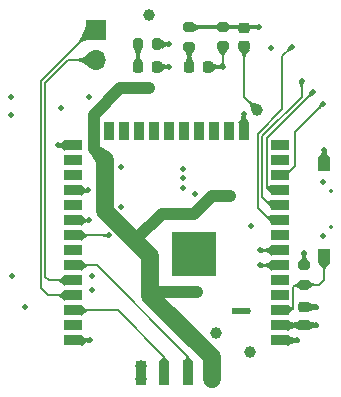
<source format=gtl>
%TF.GenerationSoftware,KiCad,Pcbnew,7.0.6*%
%TF.CreationDate,2023-09-26T22:04:44+02:00*%
%TF.ProjectId,torque_controller,746f7271-7565-45f6-936f-6e74726f6c6c,rev?*%
%TF.SameCoordinates,Original*%
%TF.FileFunction,Copper,L1,Top*%
%TF.FilePolarity,Positive*%
%FSLAX46Y46*%
G04 Gerber Fmt 4.6, Leading zero omitted, Abs format (unit mm)*
G04 Created by KiCad (PCBNEW 7.0.6) date 2023-09-26 22:04:44*
%MOMM*%
%LPD*%
G01*
G04 APERTURE LIST*
G04 Aperture macros list*
%AMRoundRect*
0 Rectangle with rounded corners*
0 $1 Rounding radius*
0 $2 $3 $4 $5 $6 $7 $8 $9 X,Y pos of 4 corners*
0 Add a 4 corners polygon primitive as box body*
4,1,4,$2,$3,$4,$5,$6,$7,$8,$9,$2,$3,0*
0 Add four circle primitives for the rounded corners*
1,1,$1+$1,$2,$3*
1,1,$1+$1,$4,$5*
1,1,$1+$1,$6,$7*
1,1,$1+$1,$8,$9*
0 Add four rect primitives between the rounded corners*
20,1,$1+$1,$2,$3,$4,$5,0*
20,1,$1+$1,$4,$5,$6,$7,0*
20,1,$1+$1,$6,$7,$8,$9,0*
20,1,$1+$1,$8,$9,$2,$3,0*%
G04 Aperture macros list end*
%TA.AperFunction,SMDPad,CuDef*%
%ADD10RoundRect,0.200000X0.275000X-0.200000X0.275000X0.200000X-0.275000X0.200000X-0.275000X-0.200000X0*%
%TD*%
%TA.AperFunction,SMDPad,CuDef*%
%ADD11R,1.000000X1.250000*%
%TD*%
%TA.AperFunction,SMDPad,CuDef*%
%ADD12RoundRect,0.200000X-0.275000X0.200000X-0.275000X-0.200000X0.275000X-0.200000X0.275000X0.200000X0*%
%TD*%
%TA.AperFunction,SMDPad,CuDef*%
%ADD13RoundRect,0.225000X0.250000X-0.225000X0.250000X0.225000X-0.250000X0.225000X-0.250000X-0.225000X0*%
%TD*%
%TA.AperFunction,SMDPad,CuDef*%
%ADD14R,1.500000X0.900000*%
%TD*%
%TA.AperFunction,SMDPad,CuDef*%
%ADD15R,0.900000X1.500000*%
%TD*%
%TA.AperFunction,SMDPad,CuDef*%
%ADD16R,0.900000X0.900000*%
%TD*%
%TA.AperFunction,HeatsinkPad*%
%ADD17C,0.600000*%
%TD*%
%TA.AperFunction,SMDPad,CuDef*%
%ADD18R,3.800000X3.800000*%
%TD*%
%TA.AperFunction,SMDPad,CuDef*%
%ADD19R,0.890000X2.030000*%
%TD*%
%TA.AperFunction,SMDPad,CuDef*%
%ADD20RoundRect,0.225000X-0.250000X0.225000X-0.250000X-0.225000X0.250000X-0.225000X0.250000X0.225000X0*%
%TD*%
%TA.AperFunction,ComponentPad*%
%ADD21R,1.700000X1.700000*%
%TD*%
%TA.AperFunction,ComponentPad*%
%ADD22O,1.700000X1.700000*%
%TD*%
%TA.AperFunction,SMDPad,CuDef*%
%ADD23RoundRect,0.200000X-0.200000X-0.275000X0.200000X-0.275000X0.200000X0.275000X-0.200000X0.275000X0*%
%TD*%
%TA.AperFunction,SMDPad,CuDef*%
%ADD24RoundRect,0.218750X0.218750X0.256250X-0.218750X0.256250X-0.218750X-0.256250X0.218750X-0.256250X0*%
%TD*%
%TA.AperFunction,ComponentPad*%
%ADD25C,0.500000*%
%TD*%
%TA.AperFunction,SMDPad,CuDef*%
%ADD26R,1.600000X0.500000*%
%TD*%
%TA.AperFunction,ViaPad*%
%ADD27C,0.500000*%
%TD*%
%TA.AperFunction,ViaPad*%
%ADD28C,1.000000*%
%TD*%
%TA.AperFunction,Conductor*%
%ADD29C,1.000000*%
%TD*%
%TA.AperFunction,Conductor*%
%ADD30C,0.200000*%
%TD*%
%TA.AperFunction,Conductor*%
%ADD31C,0.300000*%
%TD*%
%TA.AperFunction,Conductor*%
%ADD32C,1.500000*%
%TD*%
%TA.AperFunction,Conductor*%
%ADD33C,0.450000*%
%TD*%
%TA.AperFunction,Conductor*%
%ADD34C,0.250000*%
%TD*%
%ADD35C,0.300000*%
%ADD36C,0.350000*%
%ADD37C,0.200000*%
G04 APERTURE END LIST*
D10*
%TO.P,R3,1*%
%TO.N,Net-(D1-K)*%
X3940500Y12475000D03*
%TO.P,R3,2*%
%TO.N,+3.3V*%
X3940500Y14125000D03*
%TD*%
%TO.P,R1,2*%
%TO.N,+3.3V*%
X1102500Y14095000D03*
%TO.P,R1,1*%
%TO.N,Net-(D1-A)*%
X1102500Y12445000D03*
%TD*%
D11*
%TO.P,SWRST1,1,1*%
%TO.N,/NRST*%
X12540000Y-5245000D03*
%TO.P,SWRST1,2,2*%
%TO.N,GND*%
X12540000Y2505000D03*
%TD*%
D12*
%TO.P,RRST1,1*%
%TO.N,+3.3V*%
X10830000Y-6045000D03*
%TO.P,RRST1,2*%
%TO.N,/NRST*%
X10830000Y-7695000D03*
%TD*%
D13*
%TO.P,C1,2*%
%TO.N,+3.3V*%
X5770000Y14065000D03*
%TO.P,C1,1*%
%TO.N,GND*%
X5770000Y12515000D03*
%TD*%
D14*
%TO.P,ESP32,1,GND*%
%TO.N,GND*%
X8750000Y-12410000D03*
%TO.P,ESP32,2,VDD*%
%TO.N,+3.3V*%
X8750000Y-11140000D03*
%TO.P,ESP32,3,EN*%
%TO.N,/NRST*%
X8750000Y-9870000D03*
%TO.P,ESP32,4,SENSOR_VP*%
%TO.N,unconnected-(ESP32-SENSOR_VP-Pad4)*%
X8750000Y-8600000D03*
%TO.P,ESP32,5,SENSOR_VN*%
%TO.N,unconnected-(ESP32-SENSOR_VN-Pad5)*%
X8750000Y-7330000D03*
%TO.P,ESP32,6,IO34*%
%TO.N,/CURR_SENS1*%
X8750000Y-6060000D03*
%TO.P,ESP32,7,IO35*%
%TO.N,/CURR_SENS2*%
X8750000Y-4790000D03*
%TO.P,ESP32,8,IO32*%
%TO.N,unconnected-(ESP32-IO32-Pad8)*%
X8750000Y-3520000D03*
%TO.P,ESP32,9,IO33*%
%TO.N,/EN_DRV*%
X8750000Y-2250000D03*
%TO.P,ESP32,10,IO25*%
%TO.N,/PWM_OUT3*%
X8750000Y-980000D03*
%TO.P,ESP32,11,IO26*%
%TO.N,/PWM_OUT2*%
X8750000Y290000D03*
%TO.P,ESP32,12,IO27*%
%TO.N,/PWM_OUT1*%
X8750000Y1560000D03*
%TO.P,ESP32,13,IO14*%
%TO.N,unconnected-(ESP32-IO14-Pad13)*%
X8750000Y2830000D03*
%TO.P,ESP32,14,IO12*%
%TO.N,unconnected-(ESP32-IO12-Pad14)*%
X8750000Y4100000D03*
D15*
%TO.P,ESP32,15,GND*%
%TO.N,GND*%
X5715000Y5350000D03*
%TO.P,ESP32,16,IO13*%
%TO.N,unconnected-(ESP32-IO13-Pad16)*%
X4445000Y5350000D03*
%TO.P,ESP32,17,SHD/SD2*%
%TO.N,unconnected-(ESP32-SHD{slash}SD2-Pad17)*%
X3175000Y5350000D03*
%TO.P,ESP32,18,SWP/SD3*%
%TO.N,unconnected-(ESP32-SWP{slash}SD3-Pad18)*%
X1905000Y5350000D03*
%TO.P,ESP32,19,SCS/CMD*%
%TO.N,unconnected-(ESP32-SCS{slash}CMD-Pad19)*%
X635000Y5350000D03*
%TO.P,ESP32,20,SCK/CLK*%
%TO.N,unconnected-(ESP32-SCK{slash}CLK-Pad20)*%
X-635000Y5350000D03*
%TO.P,ESP32,21,SDO/SD0*%
%TO.N,unconnected-(ESP32-SDO{slash}SD0-Pad21)*%
X-1905000Y5350000D03*
%TO.P,ESP32,22,SDI/SD1*%
%TO.N,unconnected-(ESP32-SDI{slash}SD1-Pad22)*%
X-3175000Y5350000D03*
%TO.P,ESP32,23,IO15*%
%TO.N,unconnected-(ESP32-IO15-Pad23)*%
X-4445000Y5350000D03*
%TO.P,ESP32,24,IO2*%
%TO.N,unconnected-(ESP32-IO2-Pad24)*%
X-5715000Y5350000D03*
D14*
%TO.P,ESP32,25,IO0*%
%TO.N,/BOOT*%
X-8750000Y4100000D03*
%TO.P,ESP32,26,IO4*%
%TO.N,unconnected-(ESP32-IO4-Pad26)*%
X-8750000Y2830000D03*
%TO.P,ESP32,27,IO16*%
%TO.N,unconnected-(ESP32-IO16-Pad27)*%
X-8750000Y1560000D03*
%TO.P,ESP32,28,IO17*%
%TO.N,/CS*%
X-8750000Y290000D03*
%TO.P,ESP32,29,IO5*%
%TO.N,unconnected-(ESP32-IO5-Pad29)*%
X-8750000Y-980000D03*
%TO.P,ESP32,30,IO18*%
%TO.N,/CLK*%
X-8750000Y-2250000D03*
%TO.P,ESP32,31,IO19*%
%TO.N,/MISO*%
X-8750000Y-3520000D03*
%TO.P,ESP32,32,NC*%
%TO.N,unconnected-(ESP32-NC-Pad32)*%
X-8750000Y-4790000D03*
%TO.P,ESP32,33,IO21*%
%TO.N,/SDA*%
X-8750000Y-6060000D03*
%TO.P,ESP32,34,RXD0/IO3*%
%TO.N,/RX*%
X-8750000Y-7330000D03*
%TO.P,ESP32,35,TXD0/IO1*%
%TO.N,/TX*%
X-8750000Y-8600000D03*
%TO.P,ESP32,36,IO22*%
%TO.N,/SCL*%
X-8750000Y-9870000D03*
%TO.P,ESP32,37,IO23*%
%TO.N,unconnected-(ESP32-IO23-Pad37)*%
X-8750000Y-11140000D03*
%TO.P,ESP32,38,GND*%
%TO.N,GND*%
X-8750000Y-12410000D03*
D16*
%TO.P,ESP32,39,GND*%
X2900000Y-6470000D03*
D17*
X2900000Y-5770000D03*
D16*
X2900000Y-5070000D03*
D17*
X2900000Y-4370000D03*
D16*
X2900000Y-3670000D03*
D17*
X2200000Y-6470000D03*
X2200000Y-5070000D03*
X2200000Y-3670000D03*
D16*
X1500000Y-6470000D03*
D17*
X1500000Y-5770000D03*
D16*
X1500000Y-5070000D03*
D18*
X1500000Y-5070000D03*
D17*
X1500000Y-4370000D03*
D16*
X1500000Y-3670000D03*
D17*
X800000Y-6470000D03*
X800000Y-5070000D03*
X800000Y-3670000D03*
D16*
X100000Y-6470000D03*
D17*
X100000Y-5770000D03*
D16*
X100000Y-5070000D03*
D17*
X100000Y-4370000D03*
D16*
X100000Y-3670000D03*
%TD*%
D19*
%TO.P,J1,1,Pin_1*%
%TO.N,VCC*%
X3000000Y-15150000D03*
%TO.P,J1,2,Pin_2*%
%TO.N,/SDA*%
X1000000Y-15150000D03*
%TO.P,J1,3,Pin_3*%
%TO.N,/SCL*%
X-1000000Y-15150000D03*
%TO.P,J1,4,Pin_4*%
%TO.N,GND*%
X-3000000Y-15150000D03*
%TD*%
D20*
%TO.P,CESP32,1*%
%TO.N,GND*%
X10830000Y-9590000D03*
%TO.P,CESP32,2*%
%TO.N,+3.3V*%
X10830000Y-11140000D03*
%TD*%
D21*
%TO.P,J3,1,Pin_1*%
%TO.N,/TX*%
X-6750000Y13875000D03*
D22*
%TO.P,J3,2,Pin_2*%
%TO.N,/RX*%
X-6750000Y11335000D03*
%TD*%
D23*
%TO.P,R2,1*%
%TO.N,Net-(D2-A)*%
X-3234997Y12660006D03*
%TO.P,R2,2*%
%TO.N,+3.3V*%
X-1584997Y12660006D03*
%TD*%
D24*
%TO.P,D2,1,K*%
%TO.N,GND*%
X-1662500Y10750000D03*
%TO.P,D2,2,A*%
%TO.N,Net-(D2-A)*%
X-3237500Y10750000D03*
%TD*%
%TO.P,D1,1,K*%
%TO.N,Net-(D1-K)*%
X2677500Y10750000D03*
%TO.P,D1,2,A*%
%TO.N,Net-(D1-A)*%
X1102500Y10750000D03*
%TD*%
D25*
%TO.P,U1,7,PAD*%
%TO.N,GND*%
X4960000Y-9900276D03*
D26*
X5510000Y-9900276D03*
D25*
X6060000Y-9900276D03*
%TD*%
D27*
%TO.N,+3.3V*%
X7030000Y14095000D03*
%TO.N,Net-(D1-K)*%
X3940500Y10750000D03*
%TO.N,/CURR_SENS1*%
X-7110000Y-6970000D03*
%TO.N,+3.3V*%
X-13905000Y-6970000D03*
X11860000Y-11140000D03*
X10830000Y-5010000D03*
%TO.N,GND*%
X11860000Y-9590000D03*
X10210000Y-12410000D03*
X-13980000Y6630000D03*
X-7100000Y-8160000D03*
%TO.N,+3.3V*%
X-609995Y12660008D03*
%TO.N,GND*%
X-570004Y10750002D03*
X5715000Y6710000D03*
D28*
X6850000Y7100000D03*
D27*
X12440000Y-3540000D03*
X12540000Y3740000D03*
X-9760000Y7230000D03*
X-12830000Y-9620000D03*
X-4640000Y2275500D03*
D28*
X3380000Y-11830000D03*
X-2340000Y15155000D03*
X-3020000Y-15680000D03*
D27*
X-7310000Y-12410000D03*
D28*
X-3010000Y-14627247D03*
D27*
%TO.N,+3.3V*%
X-4640000Y-1163650D03*
X-13980000Y8180000D03*
D28*
X6225000Y-13440000D03*
D27*
X12430000Y960000D03*
X1600000Y0D03*
D28*
%TO.N,VCC*%
X1760000Y-8290000D03*
X-2340000Y8930000D03*
X4560000Y-230000D03*
X2990000Y-15660000D03*
X3000000Y-14630000D03*
D27*
%TO.N,/EN_DRV*%
X9770000Y12420000D03*
%TO.N,/BOOT*%
X-9980000Y4100000D03*
X6370000Y-2740000D03*
%TO.N,/CURR_SENS1*%
X7120000Y-6060000D03*
%TO.N,/CURR_SENS2*%
X7120000Y-4790000D03*
X-7350000Y8180000D03*
%TO.N,/PWM_OUT1*%
X12440000Y7630000D03*
%TO.N,/PWM_OUT2*%
X11545603Y8585103D03*
%TO.N,/PWM_OUT3*%
X10610000Y9510000D03*
%TO.N,/CS*%
X560000Y2110000D03*
X-7440000Y290000D03*
%TO.N,/CLK*%
X548736Y1300000D03*
X-7390000Y-2250000D03*
%TO.N,/MISO*%
X550000Y460000D03*
X-5680000Y-3520000D03*
%TO.N,/SDA*%
X1000000Y-15150000D03*
%TO.N,Net-(D1-K)*%
X8021653Y12302508D03*
%TO.N,/SCL*%
X-1000000Y-15150000D03*
%TD*%
D29*
%TO.N,VCC*%
X-1210000Y-1690000D02*
X-3280000Y-3760000D01*
X2990000Y-230000D02*
X1530000Y-1690000D01*
X1530000Y-1690000D02*
X-1210000Y-1690000D01*
X4560000Y-230000D02*
X2990000Y-230000D01*
D30*
%TO.N,Net-(D1-K)*%
X3940500Y12475000D02*
X3940500Y10750000D01*
%TO.N,GND*%
X5770000Y8180000D02*
X6850000Y7100000D01*
X5770000Y12515000D02*
X5770000Y8180000D01*
D31*
%TO.N,+3.3V*%
X7030000Y14095000D02*
X1020000Y14095000D01*
%TO.N,Net-(D1-K)*%
X2677500Y10750000D02*
X3940500Y10750000D01*
%TO.N,Net-(D1-A)*%
X1102500Y12445000D02*
X1102500Y10750000D01*
D30*
%TO.N,/NRST*%
X9700000Y-9870000D02*
X8750000Y-9870000D01*
X9930000Y-9640000D02*
X9700000Y-9870000D01*
X10155000Y-7695000D02*
X9930000Y-7920000D01*
X10830000Y-7695000D02*
X10155000Y-7695000D01*
X9930000Y-7920000D02*
X9930000Y-9640000D01*
D32*
%TO.N,VCC*%
X-2190000Y-5310000D02*
X-2190000Y-8680000D01*
X-6060000Y-1440000D02*
X-2190000Y-5310000D01*
X-6060000Y2860000D02*
X-6060000Y-1440000D01*
X-6070000Y2870000D02*
X-6060000Y2860000D01*
D33*
%TO.N,+3.3V*%
X10830000Y-11140000D02*
X11860000Y-11140000D01*
D30*
%TO.N,/NRST*%
X12125000Y-7695000D02*
X10830000Y-7695000D01*
X12540000Y-7280000D02*
X12125000Y-7695000D01*
X12540000Y-5245000D02*
X12540000Y-7280000D01*
%TO.N,+3.3V*%
X10830000Y-6045000D02*
X10830000Y-5010000D01*
D33*
%TO.N,GND*%
X10830000Y-9590000D02*
X11860000Y-9590000D01*
X8750000Y-12410000D02*
X10210000Y-12410000D01*
%TO.N,+3.3V*%
X10830000Y-11140000D02*
X8750000Y-11140000D01*
D29*
%TO.N,VCC*%
X-6985186Y3785186D02*
X-6070000Y2870000D01*
X-4760000Y8930000D02*
X-6985186Y6704814D01*
X-6985186Y6704814D02*
X-6985186Y3785186D01*
X-2340000Y8930000D02*
X-4760000Y8930000D01*
D31*
%TO.N,+3.3V*%
X-1584997Y12659991D02*
X-609995Y12660008D01*
%TO.N,GND*%
X-1662495Y10749993D02*
X-570004Y10750002D01*
D30*
%TO.N,Net-(D2-A)*%
X-3234997Y10752497D02*
X-3237491Y10749998D01*
D31*
X-3234984Y12660006D02*
X-3234997Y10752497D01*
D30*
%TO.N,/EN_DRV*%
X6890000Y5054034D02*
X6890000Y-1170000D01*
X8995000Y7159036D02*
X6890000Y5054034D01*
X9770000Y12420000D02*
X8995000Y11645000D01*
X8995000Y11645000D02*
X8995000Y7159036D01*
X6890000Y-1170000D02*
X7970000Y-2250000D01*
X7970000Y-2250000D02*
X8750000Y-2250000D01*
%TO.N,GND*%
X12540000Y3740000D02*
X12540000Y2505000D01*
D31*
X-7310000Y-12410000D02*
X-8750000Y-12410000D01*
X5715000Y6710000D02*
X5715000Y5350000D01*
D32*
%TO.N,VCC*%
X2990000Y-13860000D02*
X2990000Y-15660000D01*
D29*
X1760000Y-8290000D02*
X-1800000Y-8290000D01*
D32*
X-2190000Y-8680000D02*
X2990000Y-13860000D01*
D29*
X-1800000Y-8290000D02*
X-2190000Y-8680000D01*
D30*
%TO.N,/TX*%
X-11480000Y-8000000D02*
X-10880000Y-8600000D01*
X-7171345Y13875000D02*
X-11480000Y9566345D01*
X-10880000Y-8600000D02*
X-8750000Y-8600000D01*
X-6750000Y13875000D02*
X-7171345Y13875000D01*
X-11480000Y9566345D02*
X-11480000Y-8000000D01*
%TO.N,/RX*%
X-11080000Y-7010000D02*
X-11080000Y9400659D01*
X-10760000Y-7330000D02*
X-11080000Y-7010000D01*
X-9145659Y11335000D02*
X-6750000Y11335000D01*
X-8750000Y-7330000D02*
X-10760000Y-7330000D01*
X-11080000Y9400659D02*
X-9145659Y11335000D01*
%TO.N,/BOOT*%
X-8750000Y4100000D02*
X-9980000Y4100000D01*
D34*
%TO.N,/CURR_SENS1*%
X7120000Y-6060000D02*
X8750000Y-6060000D01*
%TO.N,/CURR_SENS2*%
X7120000Y-4790000D02*
X8750000Y-4790000D01*
D30*
%TO.N,/PWM_OUT1*%
X10070000Y5260000D02*
X10070000Y2350000D01*
X10070000Y2350000D02*
X9280000Y1560000D01*
X9280000Y1560000D02*
X8750000Y1560000D01*
X12440000Y7630000D02*
X10070000Y5260000D01*
%TO.N,/PWM_OUT2*%
X11545603Y8585103D02*
X11545603Y8578267D01*
X7690000Y550000D02*
X7950000Y290000D01*
X7950000Y290000D02*
X8750000Y290000D01*
X11545603Y8578267D02*
X7690000Y4722664D01*
X7690000Y4722664D02*
X7690000Y550000D01*
%TO.N,/PWM_OUT3*%
X7960000Y-980000D02*
X8750000Y-980000D01*
X7290000Y-310000D02*
X7960000Y-980000D01*
X10610000Y9510000D02*
X10610000Y8208350D01*
X7290000Y4888349D02*
X7290000Y-310000D01*
X10610000Y8208350D02*
X7290000Y4888349D01*
%TO.N,/CS*%
X-7440000Y290000D02*
X-8750000Y290000D01*
%TO.N,/CLK*%
X-7390000Y-2250000D02*
X-8750000Y-2250000D01*
%TO.N,/MISO*%
X-5680000Y-3520000D02*
X-8750000Y-3520000D01*
%TO.N,/SDA*%
X1000000Y-13790000D02*
X-6730000Y-6060000D01*
X-6730000Y-6060000D02*
X-8750000Y-6060000D01*
X1000000Y-15150000D02*
X1000000Y-13790000D01*
%TO.N,/SCL*%
X-1000000Y-15150000D02*
X-1000000Y-13790000D01*
X-1000000Y-13790000D02*
X-4920000Y-9870000D01*
X-4920000Y-9870000D02*
X-8750000Y-9870000D01*
%TD*%
%TA.AperFunction,Conductor*%
%TO.N,Net-(D1-K)*%
G36*
X4037704Y11246573D02*
G01*
X4041113Y11238948D01*
X4046313Y11145196D01*
X4063179Y11072418D01*
X4090237Y11011608D01*
X4126548Y10942849D01*
X4126686Y10942571D01*
X4166379Y10856688D01*
X4166739Y10847740D01*
X4160667Y10841158D01*
X4160275Y10840986D01*
X3945017Y10750891D01*
X3936063Y10750858D01*
X3935983Y10750891D01*
X3720724Y10840986D01*
X3714415Y10847342D01*
X3714448Y10856296D01*
X3714620Y10856687D01*
X3754312Y10942571D01*
X3754450Y10942849D01*
X3790762Y11011608D01*
X3817819Y11072418D01*
X3834685Y11145196D01*
X3839887Y11238948D01*
X3843767Y11247019D01*
X3851569Y11250000D01*
X4029431Y11250000D01*
X4037704Y11246573D01*
G37*
%TD.AperFunction*%
%TD*%
%TA.AperFunction,Conductor*%
%TO.N,Net-(D1-K)*%
G36*
X3948247Y12469156D02*
G01*
X4330946Y12131048D01*
X4334877Y12123002D01*
X4331967Y12114533D01*
X4331271Y12113811D01*
X4280502Y12065420D01*
X4280495Y12065413D01*
X4220515Y11992081D01*
X4220497Y11992057D01*
X4160499Y11902539D01*
X4100499Y11796852D01*
X4043716Y11681532D01*
X4036986Y11675623D01*
X4033219Y11675000D01*
X3847781Y11675000D01*
X3839508Y11678427D01*
X3837284Y11681532D01*
X3780501Y11796852D01*
X3720501Y11902539D01*
X3660502Y11992057D01*
X3660484Y11992081D01*
X3600504Y12065413D01*
X3600497Y12065420D01*
X3549728Y12113811D01*
X3546103Y12121999D01*
X3549331Y12130352D01*
X3550053Y12131048D01*
X3932753Y12469156D01*
X3941222Y12472066D01*
X3948247Y12469156D01*
G37*
%TD.AperFunction*%
%TD*%
%TA.AperFunction,Conductor*%
%TO.N,GND*%
G36*
X6221800Y7871104D02*
G01*
X6380678Y7740962D01*
X6380681Y7740960D01*
X6522421Y7680134D01*
X6522420Y7680134D01*
X6663389Y7656151D01*
X6827303Y7629957D01*
X6829007Y7629552D01*
X7029232Y7565796D01*
X7036075Y7560021D01*
X7036830Y7551098D01*
X7036500Y7550191D01*
X6852563Y7103798D01*
X6846242Y7097454D01*
X6846202Y7097437D01*
X6399809Y6913500D01*
X6390855Y6913517D01*
X6384534Y6919861D01*
X6384204Y6920768D01*
X6320448Y7120993D01*
X6320043Y7122697D01*
X6293849Y7286611D01*
X6269866Y7427580D01*
X6209040Y7569319D01*
X6209038Y7569322D01*
X6078896Y7728200D01*
X6076304Y7736772D01*
X6079674Y7743887D01*
X6206113Y7870326D01*
X6214386Y7873753D01*
X6221800Y7871104D01*
G37*
%TD.AperFunction*%
%TD*%
%TA.AperFunction,Conductor*%
%TO.N,GND*%
G36*
X5776834Y12511081D02*
G01*
X6209208Y12199882D01*
X6213921Y12192268D01*
X6211869Y12183551D01*
X6210922Y12182399D01*
X6150005Y12117198D01*
X6149996Y12117187D01*
X6079993Y12022007D01*
X6009998Y11906589D01*
X5939998Y11770917D01*
X5939999Y11770918D01*
X5873101Y11621908D01*
X5866586Y11615764D01*
X5862427Y11615000D01*
X5677573Y11615000D01*
X5669300Y11618427D01*
X5666899Y11621908D01*
X5600000Y11770918D01*
X5600001Y11770917D01*
X5530001Y11906589D01*
X5460004Y12022007D01*
X5390001Y12117187D01*
X5389992Y12117198D01*
X5329076Y12182399D01*
X5325932Y12190783D01*
X5329638Y12198935D01*
X5330790Y12199882D01*
X5763164Y12511081D01*
X5771881Y12513133D01*
X5776834Y12511081D01*
G37*
%TD.AperFunction*%
%TD*%
%TA.AperFunction,Conductor*%
%TO.N,+3.3V*%
G36*
X6932559Y14321554D02*
G01*
X6938797Y14315294D01*
X7029109Y14099517D01*
X7029142Y14090563D01*
X7029109Y14090483D01*
X6938797Y13874707D01*
X6932441Y13868398D01*
X6923604Y13868383D01*
X6838927Y13902750D01*
X6769108Y13926615D01*
X6769099Y13926617D01*
X6706531Y13939223D01*
X6632934Y13944154D01*
X6541604Y13944905D01*
X6533359Y13948400D01*
X6530000Y13956605D01*
X6530000Y14233396D01*
X6533427Y14241669D01*
X6541604Y14245096D01*
X6632934Y14245847D01*
X6706533Y14250779D01*
X6706548Y14250781D01*
X6769084Y14263382D01*
X6769108Y14263388D01*
X6838921Y14287250D01*
X6838920Y14287250D01*
X6923604Y14321618D01*
X6932559Y14321554D01*
G37*
%TD.AperFunction*%
%TD*%
%TA.AperFunction,Conductor*%
%TO.N,+3.3V*%
G36*
X1462499Y14473556D02*
G01*
X1558726Y14402823D01*
X1663418Y14340869D01*
X1663427Y14340864D01*
X1768107Y14293914D01*
X1872803Y14261958D01*
X1872814Y14261955D01*
X1967671Y14246591D01*
X1975289Y14241886D01*
X1977500Y14235042D01*
X1977500Y13954958D01*
X1974073Y13946685D01*
X1967670Y13943408D01*
X1872803Y13928044D01*
X1768107Y13896088D01*
X1663427Y13849138D01*
X1663418Y13849133D01*
X1558726Y13787179D01*
X1462499Y13716445D01*
X1453803Y13714306D01*
X1446942Y13717968D01*
X1108741Y14087096D01*
X1105679Y14095511D01*
X1108741Y14102904D01*
X1446942Y14472033D01*
X1455058Y14475818D01*
X1462499Y14473556D01*
G37*
%TD.AperFunction*%
%TD*%
%TA.AperFunction,Conductor*%
%TO.N,Net-(D1-K)*%
G36*
X3843059Y10976554D02*
G01*
X3849297Y10970294D01*
X3939609Y10754517D01*
X3939642Y10745563D01*
X3939609Y10745483D01*
X3849297Y10529707D01*
X3842941Y10523398D01*
X3834104Y10523383D01*
X3749427Y10557750D01*
X3679608Y10581615D01*
X3679599Y10581617D01*
X3617031Y10594223D01*
X3543434Y10599154D01*
X3452104Y10599905D01*
X3443859Y10603400D01*
X3440500Y10611605D01*
X3440500Y10888396D01*
X3443927Y10896669D01*
X3452104Y10900096D01*
X3543434Y10900847D01*
X3617033Y10905779D01*
X3617048Y10905781D01*
X3679584Y10918382D01*
X3679608Y10918388D01*
X3749421Y10942250D01*
X3749420Y10942250D01*
X3834104Y10976618D01*
X3843059Y10976554D01*
G37*
%TD.AperFunction*%
%TD*%
%TA.AperFunction,Conductor*%
%TO.N,Net-(D1-K)*%
G36*
X3020083Y11179902D02*
G01*
X3020550Y11179525D01*
X3119437Y11095497D01*
X3227698Y11020751D01*
X3335963Y10963252D01*
X3444230Y10923002D01*
X3543231Y10901970D01*
X3550612Y10896898D01*
X3552500Y10890525D01*
X3552500Y10609476D01*
X3549073Y10601203D01*
X3543231Y10598031D01*
X3444230Y10577000D01*
X3335963Y10536750D01*
X3227698Y10479251D01*
X3119437Y10404505D01*
X3020550Y10320476D01*
X3012027Y10317730D01*
X3004058Y10321816D01*
X3003681Y10322283D01*
X2681938Y10742891D01*
X2679633Y10751545D01*
X2681938Y10757109D01*
X3003681Y11177718D01*
X3011429Y11182207D01*
X3020083Y11179902D01*
G37*
%TD.AperFunction*%
%TD*%
%TA.AperFunction,Conductor*%
%TO.N,Net-(D1-A)*%
G36*
X1110247Y12439156D02*
G01*
X1493947Y12100163D01*
X1497878Y12092117D01*
X1495159Y12083870D01*
X1452502Y12033089D01*
X1402503Y11958571D01*
X1352498Y11869041D01*
X1302504Y11764532D01*
X1255506Y11652185D01*
X1249151Y11645875D01*
X1244712Y11645000D01*
X960288Y11645000D01*
X952015Y11648427D01*
X949494Y11652185D01*
X902495Y11764532D01*
X852501Y11869041D01*
X802496Y11958571D01*
X752496Y12033089D01*
X709839Y12083870D01*
X707142Y12092408D01*
X711051Y12100163D01*
X1094753Y12439156D01*
X1103222Y12442066D01*
X1110247Y12439156D01*
G37*
%TD.AperFunction*%
%TD*%
%TA.AperFunction,Conductor*%
%TO.N,Net-(D1-A)*%
G36*
X1252577Y11659073D02*
G01*
X1255300Y11654797D01*
X1306669Y11513493D01*
X1360834Y11381745D01*
X1415012Y11267222D01*
X1415012Y11267223D01*
X1469179Y11169970D01*
X1469179Y11169969D01*
X1517328Y11098853D01*
X1519129Y11090082D01*
X1515005Y11083203D01*
X1109865Y10754967D01*
X1101280Y10752422D01*
X1095135Y10754967D01*
X689993Y11083203D01*
X685722Y11091074D01*
X687670Y11098854D01*
X735820Y11169969D01*
X735820Y11169970D01*
X789987Y11267223D01*
X789987Y11267222D01*
X844165Y11381745D01*
X898330Y11513493D01*
X949700Y11654797D01*
X955747Y11661402D01*
X960696Y11662500D01*
X1244304Y11662500D01*
X1252577Y11659073D01*
G37*
%TD.AperFunction*%
%TD*%
%TA.AperFunction,Conductor*%
%TO.N,/NRST*%
G36*
X9506462Y-9426600D02*
G01*
X9561207Y-9482517D01*
X9622427Y-9534035D01*
X9683637Y-9574536D01*
X9683646Y-9574540D01*
X9744839Y-9604024D01*
X9744855Y-9604030D01*
X9803253Y-9621663D01*
X9808144Y-9624591D01*
X9936641Y-9753088D01*
X9940068Y-9761361D01*
X9936641Y-9769634D01*
X9934161Y-9771526D01*
X9857988Y-9814932D01*
X9768500Y-9884839D01*
X9768486Y-9884851D01*
X9678999Y-9973670D01*
X9678980Y-9973690D01*
X9589493Y-10081422D01*
X9505560Y-10200204D01*
X9497987Y-10204983D01*
X9491209Y-10204124D01*
X8769715Y-9879884D01*
X8763574Y-9873367D01*
X8763839Y-9864416D01*
X8768489Y-9859181D01*
X9492080Y-9424754D01*
X9500937Y-9423434D01*
X9506462Y-9426600D01*
G37*
%TD.AperFunction*%
%TD*%
%TA.AperFunction,Conductor*%
%TO.N,/NRST*%
G36*
X10417227Y-7368986D02*
G01*
X10820807Y-7686504D01*
X10825191Y-7694312D01*
X10822768Y-7702933D01*
X10822210Y-7703591D01*
X10485696Y-8071859D01*
X10477586Y-8075655D01*
X10469947Y-8073257D01*
X10399624Y-8019425D01*
X10320790Y-7971987D01*
X10241968Y-7937463D01*
X10241950Y-7937457D01*
X10163125Y-7915841D01*
X10163115Y-7915839D01*
X10088373Y-7907583D01*
X10081385Y-7904227D01*
X9954530Y-7777372D01*
X9951103Y-7769099D01*
X9954530Y-7760826D01*
X9957729Y-7758557D01*
X10035905Y-7720929D01*
X10035913Y-7720925D01*
X10128951Y-7658146D01*
X10222006Y-7577353D01*
X10222010Y-7577350D01*
X10315043Y-7478580D01*
X10400842Y-7370890D01*
X10408678Y-7366555D01*
X10417227Y-7368986D01*
G37*
%TD.AperFunction*%
%TD*%
%TA.AperFunction,Conductor*%
%TO.N,+3.3V*%
G36*
X11174940Y-10712271D02*
G01*
X11283885Y-10775702D01*
X11283888Y-10775703D01*
X11401643Y-10830767D01*
X11401667Y-10830777D01*
X11519438Y-10872348D01*
X11519458Y-10872354D01*
X11637230Y-10900427D01*
X11637229Y-10900427D01*
X11744737Y-10913730D01*
X11752527Y-10918146D01*
X11755000Y-10925341D01*
X11755000Y-11354658D01*
X11751573Y-11362931D01*
X11744737Y-11366269D01*
X11637230Y-11379571D01*
X11519458Y-11407644D01*
X11519438Y-11407650D01*
X11401667Y-11449221D01*
X11401643Y-11449231D01*
X11283888Y-11504295D01*
X11283885Y-11504296D01*
X11174940Y-11567728D01*
X11166066Y-11568929D01*
X11159822Y-11564806D01*
X10834598Y-11147189D01*
X10832218Y-11138556D01*
X10834598Y-11132811D01*
X11159822Y-10715193D01*
X11167609Y-10710771D01*
X11174940Y-10712271D01*
G37*
%TD.AperFunction*%
%TD*%
%TA.AperFunction,Conductor*%
%TO.N,/NRST*%
G36*
X11190149Y-7317850D02*
G01*
X11286226Y-7402930D01*
X11286243Y-7402943D01*
X11390914Y-7477760D01*
X11390931Y-7477770D01*
X11495602Y-7534715D01*
X11495618Y-7534723D01*
X11600305Y-7573798D01*
X11600313Y-7573800D01*
X11695621Y-7593100D01*
X11703050Y-7598100D01*
X11704999Y-7604567D01*
X11704999Y-7785431D01*
X11701572Y-7793704D01*
X11695621Y-7796898D01*
X11600313Y-7816198D01*
X11600305Y-7816200D01*
X11495618Y-7855275D01*
X11495602Y-7855283D01*
X11390931Y-7912228D01*
X11390914Y-7912238D01*
X11286243Y-7987055D01*
X11286226Y-7987068D01*
X11190149Y-8072149D01*
X11181683Y-8075069D01*
X11173765Y-8071294D01*
X10836241Y-7702904D01*
X10833179Y-7694489D01*
X10836241Y-7687096D01*
X11173765Y-7318705D01*
X11181881Y-7314920D01*
X11190149Y-7317850D01*
G37*
%TD.AperFunction*%
%TD*%
%TA.AperFunction,Conductor*%
%TO.N,/NRST*%
G36*
X12547302Y-5253605D02*
G01*
X12549142Y-5255445D01*
X13032566Y-5860692D01*
X13035051Y-5869295D01*
X13030726Y-5877136D01*
X13030561Y-5877265D01*
X12960000Y-5931580D01*
X12879997Y-6012373D01*
X12799998Y-6112373D01*
X12799997Y-6112373D01*
X12719997Y-6231585D01*
X12643378Y-6364155D01*
X12636271Y-6369603D01*
X12633248Y-6370000D01*
X12446752Y-6370000D01*
X12438479Y-6366573D01*
X12436622Y-6364155D01*
X12360003Y-6231585D01*
X12360002Y-6231585D01*
X12280002Y-6112373D01*
X12280001Y-6112373D01*
X12200001Y-6012373D01*
X12119998Y-5931580D01*
X12049438Y-5877265D01*
X12044973Y-5869503D01*
X12047304Y-5860857D01*
X12047433Y-5860692D01*
X12530858Y-5255445D01*
X12538699Y-5251120D01*
X12547302Y-5253605D01*
G37*
%TD.AperFunction*%
%TD*%
%TA.AperFunction,Conductor*%
%TO.N,+3.3V*%
G36*
X10834517Y-5010890D02*
G01*
X11049774Y-5100985D01*
X11056083Y-5107341D01*
X11056050Y-5116295D01*
X11055878Y-5116687D01*
X11016182Y-5202575D01*
X11016044Y-5202853D01*
X10979737Y-5271607D01*
X10952679Y-5332416D01*
X10935813Y-5405194D01*
X10930613Y-5498948D01*
X10926733Y-5507019D01*
X10918931Y-5510000D01*
X10741069Y-5510000D01*
X10732796Y-5506573D01*
X10729387Y-5498948D01*
X10724185Y-5405194D01*
X10707319Y-5332416D01*
X10680262Y-5271607D01*
X10643950Y-5202846D01*
X10643812Y-5202568D01*
X10604120Y-5116687D01*
X10603760Y-5107739D01*
X10609832Y-5101157D01*
X10610224Y-5100985D01*
X10825483Y-5010890D01*
X10834437Y-5010857D01*
X10834517Y-5010890D01*
G37*
%TD.AperFunction*%
%TD*%
%TA.AperFunction,Conductor*%
%TO.N,+3.3V*%
G36*
X10930992Y-5248427D02*
G01*
X10933216Y-5251532D01*
X10989998Y-5366851D01*
X11049998Y-5472538D01*
X11109996Y-5562055D01*
X11110006Y-5562068D01*
X11169997Y-5635413D01*
X11220770Y-5683809D01*
X11224394Y-5691998D01*
X11221166Y-5700351D01*
X11220444Y-5701046D01*
X10837746Y-6039155D01*
X10829277Y-6042065D01*
X10822252Y-6039155D01*
X10439553Y-5701046D01*
X10435622Y-5693000D01*
X10438532Y-5684531D01*
X10439228Y-5683809D01*
X10489996Y-5635418D01*
X10549991Y-5562068D01*
X10550001Y-5562055D01*
X10610000Y-5472538D01*
X10669992Y-5366864D01*
X10726784Y-5251531D01*
X10733513Y-5245623D01*
X10737280Y-5245000D01*
X10922719Y-5245000D01*
X10930992Y-5248427D01*
G37*
%TD.AperFunction*%
%TD*%
%TA.AperFunction,Conductor*%
%TO.N,GND*%
G36*
X11174940Y-9162271D02*
G01*
X11283885Y-9225702D01*
X11283888Y-9225703D01*
X11401643Y-9280767D01*
X11401667Y-9280777D01*
X11519438Y-9322348D01*
X11519458Y-9322354D01*
X11637230Y-9350427D01*
X11637229Y-9350427D01*
X11744737Y-9363730D01*
X11752527Y-9368146D01*
X11755000Y-9375341D01*
X11755000Y-9804658D01*
X11751573Y-9812931D01*
X11744737Y-9816269D01*
X11637230Y-9829571D01*
X11519458Y-9857644D01*
X11519438Y-9857650D01*
X11401667Y-9899221D01*
X11401643Y-9899231D01*
X11283888Y-9954295D01*
X11283885Y-9954296D01*
X11174940Y-10017728D01*
X11166066Y-10018929D01*
X11159822Y-10014806D01*
X10834598Y-9597189D01*
X10832218Y-9588556D01*
X10834598Y-9582811D01*
X11159822Y-9165193D01*
X11167609Y-9160771D01*
X11174940Y-9162271D01*
G37*
%TD.AperFunction*%
%TD*%
%TA.AperFunction,Conductor*%
%TO.N,GND*%
G36*
X9506348Y-11965078D02*
G01*
X9589998Y-12031998D01*
X9590005Y-12032004D01*
X9679989Y-12090493D01*
X9679996Y-12090497D01*
X9769999Y-12135499D01*
X9859998Y-12166999D01*
X9940594Y-12183118D01*
X9948035Y-12188101D01*
X9950000Y-12194591D01*
X9950000Y-12625408D01*
X9946573Y-12633681D01*
X9940595Y-12636881D01*
X9859997Y-12653000D01*
X9769999Y-12684500D01*
X9679996Y-12729502D01*
X9679989Y-12729506D01*
X9590005Y-12787995D01*
X9589998Y-12788001D01*
X9506348Y-12854921D01*
X9497747Y-12857413D01*
X9493025Y-12855821D01*
X8765748Y-12420036D01*
X8760413Y-12412844D01*
X8761726Y-12403986D01*
X8765748Y-12399964D01*
X9493025Y-11964178D01*
X9501883Y-11962865D01*
X9506348Y-11965078D01*
G37*
%TD.AperFunction*%
%TD*%
%TA.AperFunction,Conductor*%
%TO.N,+3.3V*%
G36*
X9506348Y-10695078D02*
G01*
X9589998Y-10761998D01*
X9590005Y-10762004D01*
X9679989Y-10820493D01*
X9679996Y-10820497D01*
X9769999Y-10865499D01*
X9859998Y-10896999D01*
X9940594Y-10913118D01*
X9948035Y-10918101D01*
X9950000Y-10924591D01*
X9950000Y-11355408D01*
X9946573Y-11363681D01*
X9940595Y-11366881D01*
X9859997Y-11383000D01*
X9769999Y-11414500D01*
X9679996Y-11459502D01*
X9679989Y-11459506D01*
X9590005Y-11517995D01*
X9589998Y-11518001D01*
X9506348Y-11584921D01*
X9497747Y-11587413D01*
X9493025Y-11585821D01*
X8765748Y-11150036D01*
X8760413Y-11142844D01*
X8761726Y-11133986D01*
X8765748Y-11129964D01*
X9493025Y-10694178D01*
X9501883Y-10692865D01*
X9506348Y-10695078D01*
G37*
%TD.AperFunction*%
%TD*%
%TA.AperFunction,Conductor*%
%TO.N,+3.3V*%
G36*
X10500177Y-10715193D02*
G01*
X10825401Y-11132811D01*
X10827781Y-11141444D01*
X10825401Y-11147189D01*
X10500177Y-11564806D01*
X10492390Y-11569228D01*
X10485059Y-11567728D01*
X10376113Y-11504296D01*
X10376110Y-11504295D01*
X10258355Y-11449231D01*
X10258331Y-11449221D01*
X10140560Y-11407650D01*
X10140540Y-11407644D01*
X10022768Y-11379571D01*
X10022769Y-11379571D01*
X9915263Y-11366269D01*
X9907473Y-11361853D01*
X9905000Y-11354658D01*
X9905000Y-10925341D01*
X9908427Y-10917068D01*
X9915263Y-10913730D01*
X10022768Y-10900427D01*
X10140540Y-10872354D01*
X10140560Y-10872348D01*
X10258331Y-10830777D01*
X10258355Y-10830767D01*
X10376110Y-10775703D01*
X10376113Y-10775702D01*
X10485059Y-10712271D01*
X10493933Y-10711070D01*
X10500177Y-10715193D01*
G37*
%TD.AperFunction*%
%TD*%
%TA.AperFunction,Conductor*%
%TO.N,+3.3V*%
G36*
X-707436Y12886562D02*
G01*
X-701198Y12880302D01*
X-610887Y12664525D01*
X-610854Y12655570D01*
X-610887Y12655491D01*
X-701198Y12439715D01*
X-707553Y12433406D01*
X-716391Y12433391D01*
X-801068Y12467757D01*
X-870886Y12491621D01*
X-870895Y12491623D01*
X-933462Y12504227D01*
X-1007059Y12509156D01*
X-1098388Y12509905D01*
X-1106633Y12513400D01*
X-1109992Y12521605D01*
X-1109996Y12798395D01*
X-1106569Y12806668D01*
X-1098393Y12810095D01*
X-1007062Y12810848D01*
X-933456Y12815783D01*
X-870901Y12828390D01*
X-801069Y12852259D01*
X-716391Y12886626D01*
X-707436Y12886562D01*
G37*
%TD.AperFunction*%
%TD*%
%TA.AperFunction,Conductor*%
%TO.N,+3.3V*%
G36*
X-1223880Y13052210D02*
G01*
X-1223831Y13052166D01*
X-1143086Y12980008D01*
X-1053568Y12915010D01*
X-964044Y12865006D01*
X-874520Y12830004D01*
X-794149Y12812048D01*
X-786822Y12806900D01*
X-785000Y12800630D01*
X-784996Y12519381D01*
X-788423Y12511108D01*
X-794145Y12507963D01*
X-874516Y12490008D01*
X-964041Y12455006D01*
X-1053567Y12405003D01*
X-1143086Y12340005D01*
X-1223832Y12267847D01*
X-1232284Y12264889D01*
X-1240352Y12268775D01*
X-1240396Y12268824D01*
X-1579152Y12652259D01*
X-1582062Y12660728D01*
X-1579152Y12667753D01*
X-1240395Y13051189D01*
X-1232349Y13055120D01*
X-1223880Y13052210D01*
G37*
%TD.AperFunction*%
%TD*%
%TA.AperFunction,Conductor*%
%TO.N,GND*%
G36*
X-667445Y10976556D02*
G01*
X-661207Y10970296D01*
X-570896Y10754519D01*
X-570863Y10745564D01*
X-570896Y10745485D01*
X-661207Y10529709D01*
X-667562Y10523400D01*
X-676400Y10523385D01*
X-761077Y10557751D01*
X-830896Y10581615D01*
X-830905Y10581617D01*
X-893472Y10594223D01*
X-967069Y10599153D01*
X-1058399Y10599903D01*
X-1066644Y10603398D01*
X-1070003Y10611603D01*
X-1070005Y10888393D01*
X-1066578Y10896666D01*
X-1058401Y10900093D01*
X-967071Y10900845D01*
X-893465Y10905779D01*
X-830910Y10918385D01*
X-761078Y10942253D01*
X-676400Y10976620D01*
X-667445Y10976556D01*
G37*
%TD.AperFunction*%
%TD*%
%TA.AperFunction,Conductor*%
%TO.N,GND*%
G36*
X-1319917Y11179902D02*
G01*
X-1319450Y11179525D01*
X-1220564Y11095497D01*
X-1112303Y11020751D01*
X-1004039Y10963252D01*
X-895772Y10923002D01*
X-796771Y10901970D01*
X-789390Y10896898D01*
X-787502Y10890525D01*
X-787500Y10609477D01*
X-790927Y10601204D01*
X-796769Y10598032D01*
X-895770Y10577000D01*
X-1004037Y10536750D01*
X-1112302Y10479252D01*
X-1220563Y10404506D01*
X-1319450Y10320476D01*
X-1327973Y10317730D01*
X-1335942Y10321816D01*
X-1336319Y10322283D01*
X-1658061Y10742891D01*
X-1660366Y10751545D01*
X-1658061Y10757109D01*
X-1336319Y11177718D01*
X-1328571Y11182207D01*
X-1319917Y11179902D01*
G37*
%TD.AperFunction*%
%TD*%
%TA.AperFunction,Conductor*%
%TO.N,Net-(D2-A)*%
G36*
X-3227093Y12653764D02*
G01*
X-2857416Y12315061D01*
X-2853631Y12306945D01*
X-2855415Y12300207D01*
X-2897175Y12233776D01*
X-2897175Y12233777D01*
X-2944130Y12144082D01*
X-2991084Y12039390D01*
X-2991083Y12039391D01*
X-3038037Y11919697D01*
X-3082254Y11792855D01*
X-3088213Y11786171D01*
X-3093302Y11785006D01*
X-3376677Y11785008D01*
X-3384950Y11788435D01*
X-3387725Y11792856D01*
X-3431946Y11919701D01*
X-3478906Y12039400D01*
X-3525859Y12144083D01*
X-3572820Y12233782D01*
X-3614580Y12300208D01*
X-3616082Y12309036D01*
X-3612579Y12315062D01*
X-3242901Y12653764D01*
X-3234486Y12656826D01*
X-3227093Y12653764D01*
G37*
%TD.AperFunction*%
%TD*%
%TA.AperFunction,Conductor*%
%TO.N,Net-(D2-A)*%
G36*
X-3093214Y11662499D02*
G01*
X-3084941Y11659072D01*
X-3082206Y11654764D01*
X-3031323Y11513491D01*
X-2977657Y11381737D01*
X-2923986Y11267223D01*
X-2870318Y11169966D01*
X-2870318Y11169967D01*
X-2822607Y11098841D01*
X-2820844Y11090061D01*
X-2824958Y11083232D01*
X-3230136Y10754968D01*
X-3238721Y10752423D01*
X-3244866Y10754968D01*
X-3649971Y11083174D01*
X-3654242Y11091045D01*
X-3652266Y11098866D01*
X-3603676Y11169974D01*
X-3549009Y11267221D01*
X-3549010Y11267221D01*
X-3494334Y11381737D01*
X-3439662Y11513494D01*
X-3387805Y11654831D01*
X-3381738Y11661418D01*
X-3376821Y11662501D01*
X-3093214Y11662499D01*
G37*
%TD.AperFunction*%
%TD*%
%TA.AperFunction,Conductor*%
%TO.N,/EN_DRV*%
G36*
X9550258Y12511069D02*
G01*
X9766175Y12422565D01*
X9772531Y12416256D01*
X9772564Y12416176D01*
X9861068Y12200259D01*
X9861035Y12191305D01*
X9854679Y12184996D01*
X9854281Y12184841D01*
X9765477Y12152178D01*
X9765183Y12152079D01*
X9690899Y12129137D01*
X9690898Y12129137D01*
X9628766Y12105272D01*
X9628763Y12105270D01*
X9565377Y12065735D01*
X9495404Y12003118D01*
X9486954Y12000155D01*
X9479329Y12003564D01*
X9353562Y12129331D01*
X9350135Y12137604D01*
X9353116Y12145406D01*
X9415732Y12215379D01*
X9455265Y12278761D01*
X9479136Y12340900D01*
X9502076Y12415186D01*
X9502175Y12415480D01*
X9534840Y12504282D01*
X9540913Y12510864D01*
X9549860Y12511224D01*
X9550258Y12511069D01*
G37*
%TD.AperFunction*%
%TD*%
%TA.AperFunction,Conductor*%
%TO.N,/EN_DRV*%
G36*
X8006200Y-1803722D02*
G01*
X8729218Y-2237805D01*
X8734547Y-2245001D01*
X8733227Y-2253858D01*
X8727018Y-2258894D01*
X8009043Y-2507064D01*
X8000105Y-2506528D01*
X7995141Y-2501945D01*
X7920456Y-2375189D01*
X7920456Y-2375190D01*
X7840925Y-2259059D01*
X7761386Y-2161764D01*
X7681842Y-2083316D01*
X7613106Y-2031819D01*
X7608539Y-2024116D01*
X7610757Y-2015440D01*
X7611848Y-2014182D01*
X7740328Y-1885702D01*
X7748530Y-1882275D01*
X7794982Y-1881992D01*
X7846234Y-1873607D01*
X7897497Y-1857142D01*
X7948746Y-1832608D01*
X7993897Y-1803882D01*
X8002717Y-1802332D01*
X8006200Y-1803722D01*
G37*
%TD.AperFunction*%
%TD*%
%TA.AperFunction,Conductor*%
%TO.N,GND*%
G36*
X12544517Y3739110D02*
G01*
X12759774Y3649015D01*
X12766083Y3642659D01*
X12766050Y3633705D01*
X12765878Y3633313D01*
X12726182Y3547425D01*
X12726044Y3547147D01*
X12689737Y3478393D01*
X12662679Y3417584D01*
X12645813Y3344806D01*
X12640613Y3251052D01*
X12636733Y3242981D01*
X12628931Y3240000D01*
X12451069Y3240000D01*
X12442796Y3243427D01*
X12439387Y3251052D01*
X12434185Y3344806D01*
X12417319Y3417584D01*
X12390262Y3478393D01*
X12353950Y3547154D01*
X12353812Y3547432D01*
X12314120Y3633313D01*
X12313760Y3642261D01*
X12319832Y3648843D01*
X12320224Y3649015D01*
X12535483Y3739110D01*
X12544437Y3739143D01*
X12544517Y3739110D01*
G37*
%TD.AperFunction*%
%TD*%
%TA.AperFunction,Conductor*%
%TO.N,GND*%
G36*
X12641521Y3626573D02*
G01*
X12643378Y3624155D01*
X12719996Y3491586D01*
X12719997Y3491586D01*
X12799997Y3372374D01*
X12799998Y3372374D01*
X12879997Y3272375D01*
X12960000Y3191582D01*
X13030561Y3137266D01*
X13035026Y3129504D01*
X13032695Y3120858D01*
X13032566Y3120693D01*
X12549142Y2515446D01*
X12541301Y2511121D01*
X12532698Y2513606D01*
X12530858Y2515446D01*
X12047433Y3120693D01*
X12044948Y3129296D01*
X12049273Y3137137D01*
X12049438Y3137266D01*
X12119998Y3191582D01*
X12200001Y3272375D01*
X12280001Y3372374D01*
X12280002Y3372374D01*
X12360002Y3491586D01*
X12360003Y3491586D01*
X12436622Y3624155D01*
X12443729Y3629603D01*
X12446752Y3630000D01*
X12633248Y3630000D01*
X12641521Y3626573D01*
G37*
%TD.AperFunction*%
%TD*%
%TA.AperFunction,Conductor*%
%TO.N,GND*%
G36*
X-7407441Y-12183446D02*
G01*
X-7401203Y-12189706D01*
X-7310891Y-12405483D01*
X-7310858Y-12414437D01*
X-7310891Y-12414517D01*
X-7401203Y-12630293D01*
X-7407559Y-12636602D01*
X-7416396Y-12636617D01*
X-7501073Y-12602250D01*
X-7570892Y-12578385D01*
X-7570901Y-12578383D01*
X-7633469Y-12565777D01*
X-7707066Y-12560846D01*
X-7798396Y-12560095D01*
X-7806641Y-12556600D01*
X-7810000Y-12548395D01*
X-7810000Y-12271604D01*
X-7806573Y-12263331D01*
X-7798396Y-12259904D01*
X-7707066Y-12259153D01*
X-7633467Y-12254221D01*
X-7633452Y-12254219D01*
X-7570916Y-12241618D01*
X-7570892Y-12241612D01*
X-7501079Y-12217750D01*
X-7501080Y-12217750D01*
X-7416396Y-12183382D01*
X-7407441Y-12183446D01*
G37*
%TD.AperFunction*%
%TD*%
%TA.AperFunction,Conductor*%
%TO.N,GND*%
G36*
X-7993544Y-11966632D02*
G01*
X-7910011Y-12052438D01*
X-7910005Y-12052444D01*
X-7820006Y-12128669D01*
X-7819996Y-12128676D01*
X-7730010Y-12188668D01*
X-7729996Y-12188676D01*
X-7640008Y-12232445D01*
X-7558275Y-12257466D01*
X-7551368Y-12263165D01*
X-7550000Y-12268654D01*
X-7550000Y-12551345D01*
X-7553427Y-12559618D01*
X-7558275Y-12562533D01*
X-7640008Y-12587553D01*
X-7729996Y-12631322D01*
X-7730010Y-12631330D01*
X-7819996Y-12691322D01*
X-7820006Y-12691329D01*
X-7910005Y-12767554D01*
X-7910011Y-12767560D01*
X-7993544Y-12853367D01*
X-8001770Y-12856905D01*
X-8007941Y-12855242D01*
X-8734252Y-12420036D01*
X-8739587Y-12412844D01*
X-8738274Y-12403986D01*
X-8734252Y-12399964D01*
X-8007941Y-11964757D01*
X-7999083Y-11963444D01*
X-7993544Y-11966632D01*
G37*
%TD.AperFunction*%
%TD*%
%TA.AperFunction,Conductor*%
%TO.N,GND*%
G36*
X5719517Y6709110D02*
G01*
X5935293Y6618798D01*
X5941602Y6612442D01*
X5941617Y6603605D01*
X5907250Y6518928D01*
X5883385Y6449110D01*
X5883383Y6449101D01*
X5870777Y6386533D01*
X5865846Y6312935D01*
X5865095Y6221604D01*
X5861600Y6213359D01*
X5853395Y6210000D01*
X5576604Y6210000D01*
X5568331Y6213427D01*
X5564904Y6221604D01*
X5564153Y6312935D01*
X5559221Y6386535D01*
X5559219Y6386550D01*
X5546618Y6449086D01*
X5546612Y6449110D01*
X5522748Y6518928D01*
X5488382Y6603605D01*
X5488446Y6612560D01*
X5494706Y6618798D01*
X5710483Y6709110D01*
X5719437Y6709143D01*
X5719517Y6709110D01*
G37*
%TD.AperFunction*%
%TD*%
%TA.AperFunction,Conductor*%
%TO.N,GND*%
G36*
X5865977Y6546573D02*
G01*
X5868210Y6543448D01*
X5924998Y6427556D01*
X5985001Y6321324D01*
X5985001Y6321325D01*
X6045000Y6231326D01*
X6105000Y6157552D01*
X6105005Y6157546D01*
X6158268Y6106457D01*
X6161866Y6098257D01*
X6160205Y6091999D01*
X5725036Y5365749D01*
X5717844Y5360414D01*
X5708986Y5361727D01*
X5704964Y5365749D01*
X5269794Y6091999D01*
X5268481Y6100857D01*
X5271731Y6106457D01*
X5324994Y6157546D01*
X5324999Y6157552D01*
X5384999Y6231326D01*
X5444999Y6321325D01*
X5444999Y6321324D01*
X5505002Y6427556D01*
X5561790Y6543448D01*
X5568507Y6549370D01*
X5572296Y6550000D01*
X5857704Y6550000D01*
X5865977Y6546573D01*
G37*
%TD.AperFunction*%
%TD*%
%TA.AperFunction,Conductor*%
%TO.N,/TX*%
G36*
X-7588185Y14308153D02*
G01*
X-6753614Y13877935D01*
X-6747831Y13871098D01*
X-6747823Y13871074D01*
X-6484801Y13042338D01*
X-6485565Y13033416D01*
X-6492414Y13027647D01*
X-6497357Y13027184D01*
X-6809502Y13064919D01*
X-7139709Y13059839D01*
X-7469911Y13009759D01*
X-7469924Y13009756D01*
X-7800121Y12914677D01*
X-7800131Y12914674D01*
X-8123068Y12777676D01*
X-8132022Y12777600D01*
X-8135910Y12780174D01*
X-8264771Y12909035D01*
X-8268198Y12917308D01*
X-8266045Y12924071D01*
X-8137405Y13105657D01*
X-8137402Y13105661D01*
X-8003046Y13340317D01*
X-7868696Y13619965D01*
X-7734351Y13944599D01*
X-7604542Y14301750D01*
X-7598495Y14308355D01*
X-7589549Y14308749D01*
X-7588185Y14308153D01*
G37*
%TD.AperFunction*%
%TD*%
%TA.AperFunction,Conductor*%
%TO.N,/TX*%
G36*
X-9491561Y-8155056D02*
G01*
X-8765749Y-8589964D01*
X-8760414Y-8597156D01*
X-8761727Y-8606014D01*
X-8765749Y-8610036D01*
X-9491561Y-9044943D01*
X-9500419Y-9046256D01*
X-9506430Y-9042555D01*
X-9590005Y-8945789D01*
X-9679999Y-8858693D01*
X-9680004Y-8858689D01*
X-9770000Y-8788692D01*
X-9770005Y-8788688D01*
X-9859997Y-8735797D01*
X-9942624Y-8702933D01*
X-9949045Y-8696691D01*
X-9950000Y-8692061D01*
X-9950000Y-8507938D01*
X-9946573Y-8499665D01*
X-9942624Y-8497066D01*
X-9859999Y-8464202D01*
X-9770005Y-8411310D01*
X-9770000Y-8411306D01*
X-9680004Y-8341309D01*
X-9679999Y-8341305D01*
X-9590004Y-8254208D01*
X-9506430Y-8157444D01*
X-9498428Y-8153423D01*
X-9491561Y-8155056D01*
G37*
%TD.AperFunction*%
%TD*%
%TA.AperFunction,Conductor*%
%TO.N,/RX*%
G36*
X-7070822Y12109411D02*
G01*
X-7070317Y12108350D01*
X-6750866Y11339490D01*
X-6750857Y11330535D01*
X-6750866Y11330512D01*
X-7070317Y10561651D01*
X-7076656Y10555326D01*
X-7085611Y10555335D01*
X-7086672Y10555840D01*
X-7416036Y10733319D01*
X-7417845Y10734523D01*
X-7644524Y10917898D01*
X-7838669Y11078425D01*
X-7838671Y11078426D01*
X-8080228Y11191946D01*
X-8439653Y11233796D01*
X-8447474Y11238156D01*
X-8450000Y11245417D01*
X-8450000Y11424584D01*
X-8446573Y11432857D01*
X-8439653Y11436205D01*
X-8080228Y11478056D01*
X-7838671Y11591577D01*
X-7838669Y11591578D01*
X-7644524Y11752104D01*
X-7417845Y11935479D01*
X-7416036Y11936683D01*
X-7086672Y12114161D01*
X-7077763Y12115069D01*
X-7070822Y12109411D01*
G37*
%TD.AperFunction*%
%TD*%
%TA.AperFunction,Conductor*%
%TO.N,/RX*%
G36*
X-9491561Y-6885056D02*
G01*
X-8765749Y-7319964D01*
X-8760414Y-7327156D01*
X-8761727Y-7336014D01*
X-8765749Y-7340036D01*
X-9491561Y-7774943D01*
X-9500419Y-7776256D01*
X-9506430Y-7772555D01*
X-9590005Y-7675789D01*
X-9679999Y-7588693D01*
X-9680004Y-7588689D01*
X-9770000Y-7518692D01*
X-9770005Y-7518688D01*
X-9859997Y-7465797D01*
X-9942624Y-7432933D01*
X-9949045Y-7426691D01*
X-9950000Y-7422061D01*
X-9950000Y-7237938D01*
X-9946573Y-7229665D01*
X-9942624Y-7227066D01*
X-9859999Y-7194202D01*
X-9770005Y-7141310D01*
X-9770000Y-7141306D01*
X-9680004Y-7071309D01*
X-9679999Y-7071305D01*
X-9590004Y-6984208D01*
X-9506430Y-6887444D01*
X-9498428Y-6883423D01*
X-9491561Y-6885056D01*
G37*
%TD.AperFunction*%
%TD*%
%TA.AperFunction,Conductor*%
%TO.N,/BOOT*%
G36*
X-9873705Y4326052D02*
G01*
X-9873313Y4325880D01*
X-9787432Y4286188D01*
X-9787154Y4286050D01*
X-9718393Y4249738D01*
X-9657584Y4222681D01*
X-9584806Y4205815D01*
X-9491052Y4200614D01*
X-9482981Y4196734D01*
X-9480000Y4188932D01*
X-9480000Y4011069D01*
X-9483427Y4002796D01*
X-9491052Y3999387D01*
X-9584806Y3994187D01*
X-9657584Y3977321D01*
X-9718393Y3950263D01*
X-9787147Y3913956D01*
X-9787425Y3913818D01*
X-9873313Y3874122D01*
X-9882261Y3873762D01*
X-9888843Y3879834D01*
X-9889015Y3880226D01*
X-9979110Y4095483D01*
X-9979143Y4104437D01*
X-9979110Y4104517D01*
X-9889015Y4319776D01*
X-9882659Y4326085D01*
X-9873705Y4326052D01*
G37*
%TD.AperFunction*%
%TD*%
%TA.AperFunction,Conductor*%
%TO.N,/BOOT*%
G36*
X-9491561Y4544944D02*
G01*
X-8765749Y4110036D01*
X-8760414Y4102844D01*
X-8761727Y4093986D01*
X-8765749Y4089964D01*
X-9491561Y3655057D01*
X-9500419Y3653744D01*
X-9506430Y3657445D01*
X-9590005Y3754211D01*
X-9679999Y3841307D01*
X-9680004Y3841311D01*
X-9770000Y3911308D01*
X-9770005Y3911312D01*
X-9859997Y3964203D01*
X-9942624Y3997067D01*
X-9949045Y4003309D01*
X-9950000Y4007939D01*
X-9950000Y4192062D01*
X-9946573Y4200335D01*
X-9942624Y4202934D01*
X-9859999Y4235798D01*
X-9770005Y4288690D01*
X-9770000Y4288694D01*
X-9680004Y4358691D01*
X-9679999Y4358695D01*
X-9590004Y4445792D01*
X-9506430Y4542556D01*
X-9498428Y4546577D01*
X-9491561Y4544944D01*
G37*
%TD.AperFunction*%
%TD*%
%TA.AperFunction,Conductor*%
%TO.N,/CURR_SENS1*%
G36*
X7226403Y-5833690D02*
G01*
X7226545Y-5833751D01*
X7311801Y-5870762D01*
X7381204Y-5900876D01*
X7381221Y-5900882D01*
X7443000Y-5920732D01*
X7516223Y-5931655D01*
X7516238Y-5931657D01*
X7608677Y-5934635D01*
X7616835Y-5938327D01*
X7620000Y-5946329D01*
X7620000Y-6173670D01*
X7616573Y-6181943D01*
X7608677Y-6185364D01*
X7516238Y-6188341D01*
X7516223Y-6188343D01*
X7443004Y-6199265D01*
X7442995Y-6199268D01*
X7381221Y-6219115D01*
X7381204Y-6219121D01*
X7311801Y-6249237D01*
X7226545Y-6286248D01*
X7217592Y-6286399D01*
X7211154Y-6280175D01*
X7211093Y-6280033D01*
X7120890Y-6064517D01*
X7120857Y-6055563D01*
X7120890Y-6055483D01*
X7211093Y-5839966D01*
X7217449Y-5833657D01*
X7226403Y-5833690D01*
G37*
%TD.AperFunction*%
%TD*%
%TA.AperFunction,Conductor*%
%TO.N,/CURR_SENS1*%
G36*
X8008194Y-5614909D02*
G01*
X8734251Y-6049964D01*
X8739586Y-6057156D01*
X8738273Y-6066014D01*
X8734251Y-6070036D01*
X8008194Y-6505089D01*
X7999336Y-6506402D01*
X7993550Y-6502954D01*
X7910004Y-6411698D01*
X7819998Y-6330041D01*
X7730005Y-6265045D01*
X7640000Y-6216694D01*
X7557814Y-6187751D01*
X7551149Y-6181770D01*
X7550000Y-6176715D01*
X7550000Y-5943284D01*
X7553427Y-5935011D01*
X7557814Y-5932248D01*
X7640000Y-5903304D01*
X7730005Y-5854953D01*
X7819998Y-5789957D01*
X7910007Y-5708298D01*
X7993550Y-5617044D01*
X8001664Y-5613256D01*
X8008194Y-5614909D01*
G37*
%TD.AperFunction*%
%TD*%
%TA.AperFunction,Conductor*%
%TO.N,/CURR_SENS2*%
G36*
X7226403Y-4563690D02*
G01*
X7226545Y-4563751D01*
X7311801Y-4600762D01*
X7381204Y-4630876D01*
X7381221Y-4630882D01*
X7443000Y-4650732D01*
X7516223Y-4661655D01*
X7516238Y-4661657D01*
X7608677Y-4664635D01*
X7616835Y-4668327D01*
X7620000Y-4676329D01*
X7620000Y-4903670D01*
X7616573Y-4911943D01*
X7608677Y-4915364D01*
X7516238Y-4918341D01*
X7516223Y-4918343D01*
X7443004Y-4929265D01*
X7442995Y-4929268D01*
X7381221Y-4949115D01*
X7381204Y-4949121D01*
X7311801Y-4979237D01*
X7226545Y-5016248D01*
X7217592Y-5016399D01*
X7211154Y-5010175D01*
X7211093Y-5010033D01*
X7120890Y-4794516D01*
X7120857Y-4785562D01*
X7120890Y-4785482D01*
X7211093Y-4569966D01*
X7217449Y-4563657D01*
X7226403Y-4563690D01*
G37*
%TD.AperFunction*%
%TD*%
%TA.AperFunction,Conductor*%
%TO.N,/CURR_SENS2*%
G36*
X8008194Y-4344909D02*
G01*
X8734251Y-4779964D01*
X8739586Y-4787156D01*
X8738273Y-4796014D01*
X8734251Y-4800036D01*
X8008194Y-5235089D01*
X7999336Y-5236402D01*
X7993550Y-5232954D01*
X7910004Y-5141698D01*
X7819998Y-5060041D01*
X7730005Y-4995045D01*
X7640000Y-4946694D01*
X7557814Y-4917751D01*
X7551149Y-4911770D01*
X7550000Y-4906715D01*
X7550000Y-4673284D01*
X7553427Y-4665011D01*
X7557814Y-4662248D01*
X7640000Y-4633304D01*
X7730005Y-4584953D01*
X7819998Y-4519957D01*
X7910007Y-4438298D01*
X7993550Y-4347044D01*
X8001664Y-4343256D01*
X8008194Y-4344909D01*
G37*
%TD.AperFunction*%
%TD*%
%TA.AperFunction,Conductor*%
%TO.N,/PWM_OUT1*%
G36*
X12220258Y7721069D02*
G01*
X12436175Y7632565D01*
X12442531Y7626256D01*
X12442564Y7626176D01*
X12531068Y7410259D01*
X12531035Y7401305D01*
X12524679Y7394996D01*
X12524281Y7394841D01*
X12435477Y7362178D01*
X12435183Y7362079D01*
X12360899Y7339137D01*
X12360898Y7339137D01*
X12298766Y7315272D01*
X12298763Y7315270D01*
X12235377Y7275735D01*
X12165404Y7213118D01*
X12156954Y7210155D01*
X12149329Y7213564D01*
X12023562Y7339331D01*
X12020135Y7347604D01*
X12023116Y7355406D01*
X12085732Y7425379D01*
X12125265Y7488761D01*
X12149136Y7550900D01*
X12172076Y7625186D01*
X12172175Y7625480D01*
X12204840Y7714282D01*
X12210913Y7720864D01*
X12219860Y7721224D01*
X12220258Y7721069D01*
G37*
%TD.AperFunction*%
%TD*%
%TA.AperFunction,Conductor*%
%TO.N,/PWM_OUT2*%
G36*
X8007128Y735721D02*
G01*
X8729844Y301819D01*
X8735173Y294623D01*
X8733853Y285766D01*
X8727896Y280820D01*
X8009206Y13834D01*
X8000258Y14166D01*
X7995036Y18889D01*
X7923864Y140418D01*
X7923864Y140417D01*
X7847718Y252319D01*
X7771572Y346097D01*
X7695425Y421755D01*
X7630013Y471186D01*
X7625479Y478907D01*
X7627733Y487574D01*
X7628794Y488793D01*
X7758045Y618044D01*
X7764432Y621318D01*
X7808567Y628526D01*
X7856433Y644366D01*
X7904282Y668220D01*
X7904285Y668222D01*
X7952139Y700099D01*
X7952150Y700107D01*
X7993614Y734676D01*
X8002163Y737342D01*
X8007128Y735721D01*
G37*
%TD.AperFunction*%
%TD*%
%TA.AperFunction,Conductor*%
%TO.N,/PWM_OUT2*%
G36*
X11325914Y8676150D02*
G01*
X11541778Y8587668D01*
X11548134Y8581359D01*
X11548167Y8581279D01*
X11636690Y8365315D01*
X11636657Y8356361D01*
X11630301Y8350052D01*
X11629949Y8349914D01*
X11541710Y8317038D01*
X11468172Y8293230D01*
X11468171Y8293230D01*
X11406976Y8268367D01*
X11344432Y8228105D01*
X11344427Y8228101D01*
X11275109Y8165548D01*
X11266671Y8162549D01*
X11258998Y8165961D01*
X11133227Y8291732D01*
X11129800Y8300005D01*
X11132745Y8307766D01*
X11195073Y8378076D01*
X11195080Y8378087D01*
X11233580Y8442099D01*
X11233586Y8442112D01*
X11256194Y8504987D01*
X11278078Y8579897D01*
X11278193Y8580251D01*
X11310477Y8669311D01*
X11316519Y8675921D01*
X11325464Y8676324D01*
X11325914Y8676150D01*
G37*
%TD.AperFunction*%
%TD*%
%TA.AperFunction,Conductor*%
%TO.N,/PWM_OUT3*%
G36*
X8006327Y-533798D02*
G01*
X8729371Y-967897D01*
X8734700Y-975093D01*
X8733380Y-983950D01*
X8727232Y-988965D01*
X8009033Y-1241624D01*
X8000091Y-1241137D01*
X7995098Y-1236575D01*
X7919873Y-1110300D01*
X7839748Y-994650D01*
X7759628Y-897855D01*
X7759624Y-897851D01*
X7679498Y-819898D01*
X7679492Y-819893D01*
X7610320Y-768868D01*
X7605696Y-761200D01*
X7607850Y-752508D01*
X7608992Y-751180D01*
X7737502Y-622670D01*
X7745454Y-619247D01*
X7792641Y-617950D01*
X7844473Y-608302D01*
X7896314Y-590427D01*
X7948160Y-564323D01*
X7948170Y-564318D01*
X7993846Y-534074D01*
X8002635Y-532363D01*
X8006327Y-533798D01*
G37*
%TD.AperFunction*%
%TD*%
%TA.AperFunction,Conductor*%
%TO.N,/PWM_OUT3*%
G36*
X10614517Y9509110D02*
G01*
X10829774Y9419015D01*
X10836083Y9412659D01*
X10836050Y9403705D01*
X10835878Y9403313D01*
X10796182Y9317425D01*
X10796044Y9317147D01*
X10759737Y9248393D01*
X10732679Y9187584D01*
X10715813Y9114806D01*
X10710613Y9021052D01*
X10706733Y9012981D01*
X10698931Y9010000D01*
X10521069Y9010000D01*
X10512796Y9013427D01*
X10509387Y9021052D01*
X10504185Y9114806D01*
X10487319Y9187584D01*
X10460262Y9248393D01*
X10423950Y9317154D01*
X10423812Y9317432D01*
X10384120Y9403313D01*
X10383760Y9412261D01*
X10389832Y9418843D01*
X10390224Y9419015D01*
X10605483Y9509110D01*
X10614437Y9509143D01*
X10614517Y9509110D01*
G37*
%TD.AperFunction*%
%TD*%
%TA.AperFunction,Conductor*%
%TO.N,/CS*%
G36*
X-7531158Y510167D02*
G01*
X-7530986Y509776D01*
X-7440891Y294517D01*
X-7440858Y285563D01*
X-7440891Y285483D01*
X-7530986Y70225D01*
X-7537342Y63916D01*
X-7546296Y63949D01*
X-7546688Y64121D01*
X-7632571Y103814D01*
X-7632849Y103952D01*
X-7701608Y140263D01*
X-7762418Y167321D01*
X-7835196Y184187D01*
X-7928948Y189387D01*
X-7937019Y193267D01*
X-7940000Y201069D01*
X-7940000Y378932D01*
X-7936573Y387205D01*
X-7928948Y390614D01*
X-7835196Y395815D01*
X-7762418Y412681D01*
X-7701608Y439738D01*
X-7632849Y476050D01*
X-7632571Y476188D01*
X-7546687Y515880D01*
X-7537740Y516240D01*
X-7531158Y510167D01*
G37*
%TD.AperFunction*%
%TD*%
%TA.AperFunction,Conductor*%
%TO.N,/CS*%
G36*
X-7993571Y732556D02*
G01*
X-7909997Y635792D01*
X-7820002Y548695D01*
X-7819997Y548691D01*
X-7730001Y478694D01*
X-7729996Y478690D01*
X-7640002Y425798D01*
X-7557376Y392934D01*
X-7550955Y386692D01*
X-7550000Y382062D01*
X-7550000Y197939D01*
X-7553427Y189666D01*
X-7557376Y187067D01*
X-7640004Y154203D01*
X-7729996Y101312D01*
X-7730001Y101308D01*
X-7819997Y31311D01*
X-7820002Y31307D01*
X-7909995Y-55789D01*
X-7993571Y-152555D01*
X-8001573Y-156576D01*
X-8008440Y-154943D01*
X-8734252Y279964D01*
X-8739587Y287156D01*
X-8738274Y296014D01*
X-8734252Y300036D01*
X-8008440Y734944D01*
X-7999582Y736257D01*
X-7993571Y732556D01*
G37*
%TD.AperFunction*%
%TD*%
%TA.AperFunction,Conductor*%
%TO.N,/CLK*%
G36*
X-7481158Y-2029833D02*
G01*
X-7480986Y-2030224D01*
X-7390891Y-2245482D01*
X-7390858Y-2254436D01*
X-7390891Y-2254516D01*
X-7480986Y-2469775D01*
X-7487342Y-2476084D01*
X-7496296Y-2476051D01*
X-7496688Y-2475879D01*
X-7582571Y-2436186D01*
X-7582849Y-2436048D01*
X-7651608Y-2399737D01*
X-7712418Y-2372679D01*
X-7785196Y-2355813D01*
X-7878948Y-2350613D01*
X-7887019Y-2346733D01*
X-7890000Y-2338931D01*
X-7890000Y-2161068D01*
X-7886573Y-2152795D01*
X-7878948Y-2149386D01*
X-7785196Y-2144185D01*
X-7712418Y-2127319D01*
X-7651608Y-2100262D01*
X-7582849Y-2063950D01*
X-7582571Y-2063812D01*
X-7496687Y-2024120D01*
X-7487740Y-2023760D01*
X-7481158Y-2029833D01*
G37*
%TD.AperFunction*%
%TD*%
%TA.AperFunction,Conductor*%
%TO.N,/CLK*%
G36*
X-7993571Y-1807444D02*
G01*
X-7909997Y-1904208D01*
X-7820002Y-1991305D01*
X-7819997Y-1991309D01*
X-7730001Y-2061306D01*
X-7729996Y-2061310D01*
X-7640002Y-2114202D01*
X-7557376Y-2147066D01*
X-7550955Y-2153308D01*
X-7550000Y-2157938D01*
X-7550000Y-2342061D01*
X-7553427Y-2350334D01*
X-7557376Y-2352933D01*
X-7640004Y-2385797D01*
X-7729996Y-2438688D01*
X-7730001Y-2438692D01*
X-7819997Y-2508689D01*
X-7820002Y-2508693D01*
X-7909995Y-2595789D01*
X-7993571Y-2692555D01*
X-8001573Y-2696576D01*
X-8008440Y-2694943D01*
X-8734252Y-2260036D01*
X-8739587Y-2252844D01*
X-8738274Y-2243986D01*
X-8734252Y-2239964D01*
X-8008440Y-1805056D01*
X-7999582Y-1803743D01*
X-7993571Y-1807444D01*
G37*
%TD.AperFunction*%
%TD*%
%TA.AperFunction,Conductor*%
%TO.N,/MISO*%
G36*
X-5771158Y-3299833D02*
G01*
X-5770986Y-3300224D01*
X-5680891Y-3515483D01*
X-5680858Y-3524437D01*
X-5680891Y-3524517D01*
X-5770986Y-3739775D01*
X-5777342Y-3746084D01*
X-5786296Y-3746051D01*
X-5786688Y-3745879D01*
X-5872571Y-3706186D01*
X-5872849Y-3706048D01*
X-5941608Y-3669737D01*
X-6002418Y-3642679D01*
X-6075196Y-3625813D01*
X-6168948Y-3620613D01*
X-6177019Y-3616733D01*
X-6180000Y-3608931D01*
X-6180000Y-3431068D01*
X-6176573Y-3422795D01*
X-6168948Y-3419386D01*
X-6075196Y-3414185D01*
X-6002418Y-3397319D01*
X-5941608Y-3370262D01*
X-5872849Y-3333950D01*
X-5872571Y-3333812D01*
X-5786687Y-3294120D01*
X-5777740Y-3293760D01*
X-5771158Y-3299833D01*
G37*
%TD.AperFunction*%
%TD*%
%TA.AperFunction,Conductor*%
%TO.N,/MISO*%
G36*
X-7993571Y-3077444D02*
G01*
X-7909997Y-3174208D01*
X-7820002Y-3261305D01*
X-7819997Y-3261309D01*
X-7730001Y-3331306D01*
X-7729996Y-3331310D01*
X-7640002Y-3384202D01*
X-7557376Y-3417066D01*
X-7550955Y-3423308D01*
X-7550000Y-3427938D01*
X-7550000Y-3612061D01*
X-7553427Y-3620334D01*
X-7557376Y-3622933D01*
X-7640004Y-3655797D01*
X-7729996Y-3708688D01*
X-7730001Y-3708692D01*
X-7819997Y-3778689D01*
X-7820002Y-3778693D01*
X-7909995Y-3865789D01*
X-7993571Y-3962555D01*
X-8001573Y-3966576D01*
X-8008440Y-3964943D01*
X-8734252Y-3530036D01*
X-8739587Y-3522844D01*
X-8738274Y-3513986D01*
X-8734252Y-3509964D01*
X-8008440Y-3075056D01*
X-7999582Y-3073743D01*
X-7993571Y-3077444D01*
G37*
%TD.AperFunction*%
%TD*%
%TA.AperFunction,Conductor*%
%TO.N,/SDA*%
G36*
X-7993571Y-5617444D02*
G01*
X-7909997Y-5714208D01*
X-7820002Y-5801305D01*
X-7819997Y-5801309D01*
X-7730001Y-5871306D01*
X-7729996Y-5871310D01*
X-7640002Y-5924202D01*
X-7557376Y-5957066D01*
X-7550955Y-5963308D01*
X-7550000Y-5967938D01*
X-7550000Y-6152061D01*
X-7553427Y-6160334D01*
X-7557376Y-6162933D01*
X-7640004Y-6195797D01*
X-7729996Y-6248688D01*
X-7730001Y-6248692D01*
X-7819997Y-6318689D01*
X-7820002Y-6318693D01*
X-7909995Y-6405789D01*
X-7993571Y-6502555D01*
X-8001573Y-6506576D01*
X-8008440Y-6504943D01*
X-8734252Y-6070036D01*
X-8739587Y-6062844D01*
X-8738274Y-6053986D01*
X-8734252Y-6049964D01*
X-8008440Y-5615056D01*
X-7999582Y-5613743D01*
X-7993571Y-5617444D01*
G37*
%TD.AperFunction*%
%TD*%
%TA.AperFunction,Conductor*%
%TO.N,/SDA*%
G36*
X1097204Y-14653427D02*
G01*
X1100613Y-14661052D01*
X1105813Y-14754804D01*
X1122679Y-14827582D01*
X1149737Y-14888392D01*
X1186048Y-14957151D01*
X1186186Y-14957429D01*
X1225879Y-15043312D01*
X1226239Y-15052260D01*
X1220167Y-15058842D01*
X1219775Y-15059014D01*
X1004517Y-15149109D01*
X995563Y-15149142D01*
X995483Y-15149109D01*
X780224Y-15059014D01*
X773915Y-15052658D01*
X773948Y-15043704D01*
X774120Y-15043313D01*
X813812Y-14957429D01*
X813950Y-14957151D01*
X850262Y-14888392D01*
X877319Y-14827582D01*
X894185Y-14754804D01*
X899387Y-14661052D01*
X903267Y-14652981D01*
X911069Y-14650000D01*
X1088931Y-14650000D01*
X1097204Y-14653427D01*
G37*
%TD.AperFunction*%
%TD*%
%TA.AperFunction,Conductor*%
%TO.N,/SDA*%
G36*
X1005840Y-13659284D02*
G01*
X1007659Y-13661638D01*
X1079116Y-13783482D01*
X1079116Y-13783481D01*
X1158232Y-13899573D01*
X1158233Y-13899573D01*
X1237348Y-13996855D01*
X1237355Y-13996864D01*
X1316464Y-14075331D01*
X1316469Y-14075335D01*
X1388516Y-14129669D01*
X1393058Y-14137386D01*
X1392376Y-14143250D01*
X1010957Y-15124339D01*
X1004765Y-15130808D01*
X995812Y-15131004D01*
X989343Y-15124812D01*
X989338Y-15124800D01*
X558902Y-14143892D01*
X558716Y-14134940D01*
X563022Y-14129526D01*
X615712Y-14093573D01*
X676432Y-14038355D01*
X737145Y-13969359D01*
X797868Y-13886565D01*
X857877Y-13791115D01*
X859509Y-13789069D01*
X989294Y-13659284D01*
X997567Y-13655857D01*
X1005840Y-13659284D01*
G37*
%TD.AperFunction*%
%TD*%
%TA.AperFunction,Conductor*%
%TO.N,/SCL*%
G36*
X-902796Y-14653427D02*
G01*
X-899387Y-14661052D01*
X-894187Y-14754804D01*
X-877321Y-14827582D01*
X-850263Y-14888392D01*
X-813952Y-14957151D01*
X-813814Y-14957429D01*
X-774121Y-15043312D01*
X-773761Y-15052260D01*
X-779833Y-15058842D01*
X-780225Y-15059014D01*
X-995484Y-15149109D01*
X-1004438Y-15149142D01*
X-1004518Y-15149109D01*
X-1219776Y-15059014D01*
X-1226085Y-15052658D01*
X-1226052Y-15043704D01*
X-1225880Y-15043313D01*
X-1186188Y-14957429D01*
X-1186050Y-14957151D01*
X-1149738Y-14888392D01*
X-1122681Y-14827582D01*
X-1105815Y-14754804D01*
X-1100613Y-14661052D01*
X-1096733Y-14652981D01*
X-1088931Y-14650000D01*
X-911069Y-14650000D01*
X-902796Y-14653427D01*
G37*
%TD.AperFunction*%
%TD*%
%TA.AperFunction,Conductor*%
%TO.N,/SCL*%
G36*
X-994160Y-13659284D02*
G01*
X-992341Y-13661638D01*
X-920884Y-13783482D01*
X-920884Y-13783481D01*
X-841768Y-13899573D01*
X-841767Y-13899573D01*
X-762652Y-13996855D01*
X-762645Y-13996864D01*
X-683536Y-14075331D01*
X-683531Y-14075335D01*
X-611484Y-14129669D01*
X-606942Y-14137386D01*
X-607624Y-14143250D01*
X-989043Y-15124339D01*
X-995235Y-15130808D01*
X-1004188Y-15131004D01*
X-1010657Y-15124812D01*
X-1010662Y-15124800D01*
X-1441098Y-14143892D01*
X-1441284Y-14134940D01*
X-1436978Y-14129526D01*
X-1384288Y-14093573D01*
X-1323568Y-14038355D01*
X-1262855Y-13969359D01*
X-1202132Y-13886565D01*
X-1142123Y-13791115D01*
X-1140491Y-13789069D01*
X-1010706Y-13659284D01*
X-1002433Y-13655857D01*
X-994160Y-13659284D01*
G37*
%TD.AperFunction*%
%TD*%
%TA.AperFunction,Conductor*%
%TO.N,/SCL*%
G36*
X-7993571Y-9427444D02*
G01*
X-7909997Y-9524208D01*
X-7820002Y-9611305D01*
X-7819997Y-9611309D01*
X-7730001Y-9681306D01*
X-7729996Y-9681310D01*
X-7640002Y-9734202D01*
X-7557376Y-9767066D01*
X-7550955Y-9773308D01*
X-7550000Y-9777938D01*
X-7550000Y-9962061D01*
X-7553427Y-9970334D01*
X-7557376Y-9972933D01*
X-7640004Y-10005797D01*
X-7729996Y-10058688D01*
X-7730001Y-10058692D01*
X-7819997Y-10128689D01*
X-7820002Y-10128693D01*
X-7909995Y-10215789D01*
X-7993571Y-10312555D01*
X-8001573Y-10316576D01*
X-8008440Y-10314943D01*
X-8734252Y-9880036D01*
X-8739587Y-9872844D01*
X-8738274Y-9863986D01*
X-8734252Y-9859964D01*
X-8008440Y-9425056D01*
X-7999582Y-9423743D01*
X-7993571Y-9427444D01*
G37*
%TD.AperFunction*%
%TD*%
%TA.AperFunction,Conductor*%
%TO.N,VCC*%
G36*
X-6623634Y4133329D02*
G01*
X-5551398Y3408261D01*
X-5546464Y3400788D01*
X-5548260Y3392015D01*
X-5549668Y3390307D01*
X-6069293Y2869293D01*
X-6590307Y2349668D01*
X-6598585Y2346252D01*
X-6606853Y2349690D01*
X-6608261Y2351398D01*
X-7333329Y3423634D01*
X-7335125Y3432407D01*
X-7331910Y3438461D01*
X-6638461Y4131910D01*
X-6630188Y4135337D01*
X-6623634Y4133329D01*
G37*
%TD.AperFunction*%
%TD*%
D35*
X7030000Y14095000D03*
X3940500Y10750000D03*
X-7110000Y-6970000D03*
X-13905000Y-6970000D03*
X11860000Y-11140000D03*
X10830000Y-5010000D03*
X11860000Y-9590000D03*
X10210000Y-12410000D03*
X-13980000Y6630000D03*
X-7100000Y-8160000D03*
X-609995Y12660008D03*
X-570004Y10750002D03*
X5715000Y6710000D03*
D36*
X6850000Y7100000D03*
D35*
X12440000Y-3540000D03*
X12540000Y3740000D03*
X-9760000Y7230000D03*
X-12830000Y-9620000D03*
X-4640000Y2275500D03*
D36*
X3380000Y-11830000D03*
X-2340000Y15155000D03*
X-3020000Y-15680000D03*
D35*
X-7310000Y-12410000D03*
D36*
X-3010000Y-14627247D03*
D35*
X-4640000Y-1163650D03*
X-13980000Y8180000D03*
D36*
X6225000Y-13440000D03*
D35*
X12430000Y960000D03*
X1600000Y0D03*
D36*
X1760000Y-8290000D03*
X-2340000Y8930000D03*
X4560000Y-230000D03*
X2990000Y-15660000D03*
X3000000Y-14630000D03*
D35*
X9770000Y12420000D03*
X-9980000Y4100000D03*
X6370000Y-2740000D03*
X7120000Y-6060000D03*
X7120000Y-4790000D03*
X-7350000Y8180000D03*
X12440000Y7630000D03*
X11545603Y8585103D03*
X10610000Y9510000D03*
X560000Y2110000D03*
X-7440000Y290000D03*
X548736Y1300000D03*
X-7390000Y-2250000D03*
X550000Y460000D03*
X-5680000Y-3520000D03*
X1000000Y-15150000D03*
X8021653Y12302508D03*
X-1000000Y-15150000D03*
D37*
X2900000Y-5770000D03*
X2900000Y-4370000D03*
X2200000Y-6470000D03*
X2200000Y-5070000D03*
X2200000Y-3670000D03*
X1500000Y-5770000D03*
X1500000Y-4370000D03*
X800000Y-6470000D03*
X800000Y-5070000D03*
X800000Y-3670000D03*
X100000Y-5770000D03*
X100000Y-4370000D03*
D36*
X-6750000Y13875000D03*
X-6750000Y11335000D03*
X13145000Y-2790000D03*
X13145000Y210000D03*
D37*
X4960000Y-9900276D03*
X6060000Y-9900276D03*
M02*

</source>
